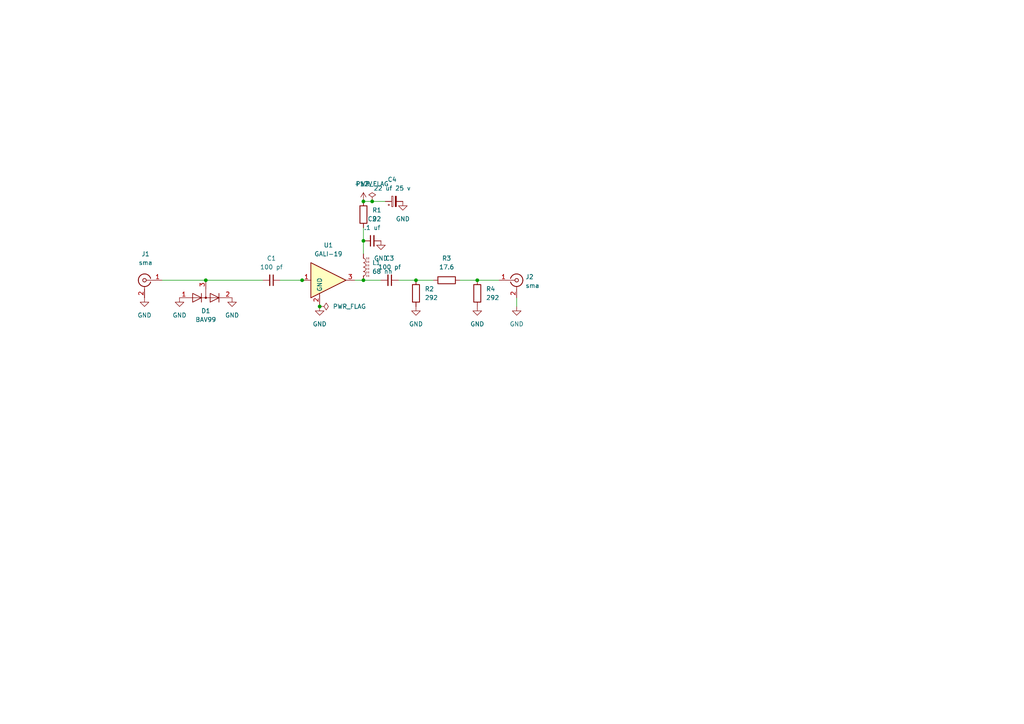
<source format=kicad_sch>
(kicad_sch (version 20211123) (generator eeschema)

  (uuid e63e39d7-6ac0-4ffd-8aa3-1841a4541b55)

  (paper "A4")

  (title_block
    (title "lna2")
    (date "2022-05-03")
    (rev "0")
  )

  (lib_symbols
    (symbol "Connector:Conn_Coaxial" (pin_names (offset 1.016) hide) (in_bom yes) (on_board yes)
      (property "Reference" "J" (id 0) (at 0.254 3.048 0)
        (effects (font (size 1.27 1.27)))
      )
      (property "Value" "Conn_Coaxial" (id 1) (at 2.921 0 90)
        (effects (font (size 1.27 1.27)))
      )
      (property "Footprint" "" (id 2) (at 0 0 0)
        (effects (font (size 1.27 1.27)) hide)
      )
      (property "Datasheet" " ~" (id 3) (at 0 0 0)
        (effects (font (size 1.27 1.27)) hide)
      )
      (property "ki_keywords" "BNC SMA SMB SMC LEMO coaxial connector CINCH RCA" (id 4) (at 0 0 0)
        (effects (font (size 1.27 1.27)) hide)
      )
      (property "ki_description" "coaxial connector (BNC, SMA, SMB, SMC, Cinch/RCA, LEMO, ...)" (id 5) (at 0 0 0)
        (effects (font (size 1.27 1.27)) hide)
      )
      (property "ki_fp_filters" "*BNC* *SMA* *SMB* *SMC* *Cinch* *LEMO*" (id 6) (at 0 0 0)
        (effects (font (size 1.27 1.27)) hide)
      )
      (symbol "Conn_Coaxial_0_1"
        (arc (start -1.778 -0.508) (mid 0.2311 -1.8066) (end 1.778 0)
          (stroke (width 0.254) (type default) (color 0 0 0 0))
          (fill (type none))
        )
        (polyline
          (pts
            (xy -2.54 0)
            (xy -0.508 0)
          )
          (stroke (width 0) (type default) (color 0 0 0 0))
          (fill (type none))
        )
        (polyline
          (pts
            (xy 0 -2.54)
            (xy 0 -1.778)
          )
          (stroke (width 0) (type default) (color 0 0 0 0))
          (fill (type none))
        )
        (circle (center 0 0) (radius 0.508)
          (stroke (width 0.2032) (type default) (color 0 0 0 0))
          (fill (type none))
        )
        (arc (start 1.778 0) (mid 0.2099 1.8101) (end -1.778 0.508)
          (stroke (width 0.254) (type default) (color 0 0 0 0))
          (fill (type none))
        )
      )
      (symbol "Conn_Coaxial_1_1"
        (pin passive line (at -5.08 0 0) (length 2.54)
          (name "In" (effects (font (size 1.27 1.27))))
          (number "1" (effects (font (size 1.27 1.27))))
        )
        (pin passive line (at 0 -5.08 90) (length 2.54)
          (name "Ext" (effects (font (size 1.27 1.27))))
          (number "2" (effects (font (size 1.27 1.27))))
        )
      )
    )
    (symbol "Device:C_Polarized_Small" (pin_numbers hide) (pin_names (offset 0.254) hide) (in_bom yes) (on_board yes)
      (property "Reference" "C" (id 0) (at 0.254 1.778 0)
        (effects (font (size 1.27 1.27)) (justify left))
      )
      (property "Value" "C_Polarized_Small" (id 1) (at 0.254 -2.032 0)
        (effects (font (size 1.27 1.27)) (justify left))
      )
      (property "Footprint" "" (id 2) (at 0 0 0)
        (effects (font (size 1.27 1.27)) hide)
      )
      (property "Datasheet" "~" (id 3) (at 0 0 0)
        (effects (font (size 1.27 1.27)) hide)
      )
      (property "ki_keywords" "cap capacitor" (id 4) (at 0 0 0)
        (effects (font (size 1.27 1.27)) hide)
      )
      (property "ki_description" "Polarized capacitor, small symbol" (id 5) (at 0 0 0)
        (effects (font (size 1.27 1.27)) hide)
      )
      (property "ki_fp_filters" "CP_*" (id 6) (at 0 0 0)
        (effects (font (size 1.27 1.27)) hide)
      )
      (symbol "C_Polarized_Small_0_1"
        (rectangle (start -1.524 -0.3048) (end 1.524 -0.6858)
          (stroke (width 0) (type default) (color 0 0 0 0))
          (fill (type outline))
        )
        (rectangle (start -1.524 0.6858) (end 1.524 0.3048)
          (stroke (width 0) (type default) (color 0 0 0 0))
          (fill (type none))
        )
        (polyline
          (pts
            (xy -1.27 1.524)
            (xy -0.762 1.524)
          )
          (stroke (width 0) (type default) (color 0 0 0 0))
          (fill (type none))
        )
        (polyline
          (pts
            (xy -1.016 1.27)
            (xy -1.016 1.778)
          )
          (stroke (width 0) (type default) (color 0 0 0 0))
          (fill (type none))
        )
      )
      (symbol "C_Polarized_Small_1_1"
        (pin passive line (at 0 2.54 270) (length 1.8542)
          (name "~" (effects (font (size 1.27 1.27))))
          (number "1" (effects (font (size 1.27 1.27))))
        )
        (pin passive line (at 0 -2.54 90) (length 1.8542)
          (name "~" (effects (font (size 1.27 1.27))))
          (number "2" (effects (font (size 1.27 1.27))))
        )
      )
    )
    (symbol "Device:C_Small" (pin_numbers hide) (pin_names (offset 0.254) hide) (in_bom yes) (on_board yes)
      (property "Reference" "C" (id 0) (at 0.254 1.778 0)
        (effects (font (size 1.27 1.27)) (justify left))
      )
      (property "Value" "C_Small" (id 1) (at 0.254 -2.032 0)
        (effects (font (size 1.27 1.27)) (justify left))
      )
      (property "Footprint" "" (id 2) (at 0 0 0)
        (effects (font (size 1.27 1.27)) hide)
      )
      (property "Datasheet" "~" (id 3) (at 0 0 0)
        (effects (font (size 1.27 1.27)) hide)
      )
      (property "ki_keywords" "capacitor cap" (id 4) (at 0 0 0)
        (effects (font (size 1.27 1.27)) hide)
      )
      (property "ki_description" "Unpolarized capacitor, small symbol" (id 5) (at 0 0 0)
        (effects (font (size 1.27 1.27)) hide)
      )
      (property "ki_fp_filters" "C_*" (id 6) (at 0 0 0)
        (effects (font (size 1.27 1.27)) hide)
      )
      (symbol "C_Small_0_1"
        (polyline
          (pts
            (xy -1.524 -0.508)
            (xy 1.524 -0.508)
          )
          (stroke (width 0.3302) (type default) (color 0 0 0 0))
          (fill (type none))
        )
        (polyline
          (pts
            (xy -1.524 0.508)
            (xy 1.524 0.508)
          )
          (stroke (width 0.3048) (type default) (color 0 0 0 0))
          (fill (type none))
        )
      )
      (symbol "C_Small_1_1"
        (pin passive line (at 0 2.54 270) (length 2.032)
          (name "~" (effects (font (size 1.27 1.27))))
          (number "1" (effects (font (size 1.27 1.27))))
        )
        (pin passive line (at 0 -2.54 90) (length 2.032)
          (name "~" (effects (font (size 1.27 1.27))))
          (number "2" (effects (font (size 1.27 1.27))))
        )
      )
    )
    (symbol "Device:L_Ferrite" (pin_numbers hide) (pin_names (offset 1.016) hide) (in_bom yes) (on_board yes)
      (property "Reference" "L" (id 0) (at -1.27 0 90)
        (effects (font (size 1.27 1.27)))
      )
      (property "Value" "L_Ferrite" (id 1) (at 2.794 0 90)
        (effects (font (size 1.27 1.27)))
      )
      (property "Footprint" "" (id 2) (at 0 0 0)
        (effects (font (size 1.27 1.27)) hide)
      )
      (property "Datasheet" "~" (id 3) (at 0 0 0)
        (effects (font (size 1.27 1.27)) hide)
      )
      (property "ki_keywords" "inductor choke coil reactor magnetic" (id 4) (at 0 0 0)
        (effects (font (size 1.27 1.27)) hide)
      )
      (property "ki_description" "Inductor with ferrite core" (id 5) (at 0 0 0)
        (effects (font (size 1.27 1.27)) hide)
      )
      (property "ki_fp_filters" "Choke_* *Coil* Inductor_* L_*" (id 6) (at 0 0 0)
        (effects (font (size 1.27 1.27)) hide)
      )
      (symbol "L_Ferrite_0_1"
        (arc (start 0 -2.54) (mid 0.635 -1.905) (end 0 -1.27)
          (stroke (width 0) (type default) (color 0 0 0 0))
          (fill (type none))
        )
        (arc (start 0 -1.27) (mid 0.635 -0.635) (end 0 0)
          (stroke (width 0) (type default) (color 0 0 0 0))
          (fill (type none))
        )
        (polyline
          (pts
            (xy 1.016 -2.794)
            (xy 1.016 -2.286)
          )
          (stroke (width 0) (type default) (color 0 0 0 0))
          (fill (type none))
        )
        (polyline
          (pts
            (xy 1.016 -1.778)
            (xy 1.016 -1.27)
          )
          (stroke (width 0) (type default) (color 0 0 0 0))
          (fill (type none))
        )
        (polyline
          (pts
            (xy 1.016 -0.762)
            (xy 1.016 -0.254)
          )
          (stroke (width 0) (type default) (color 0 0 0 0))
          (fill (type none))
        )
        (polyline
          (pts
            (xy 1.016 0.254)
            (xy 1.016 0.762)
          )
          (stroke (width 0) (type default) (color 0 0 0 0))
          (fill (type none))
        )
        (polyline
          (pts
            (xy 1.016 1.27)
            (xy 1.016 1.778)
          )
          (stroke (width 0) (type default) (color 0 0 0 0))
          (fill (type none))
        )
        (polyline
          (pts
            (xy 1.016 2.286)
            (xy 1.016 2.794)
          )
          (stroke (width 0) (type default) (color 0 0 0 0))
          (fill (type none))
        )
        (polyline
          (pts
            (xy 1.524 -2.286)
            (xy 1.524 -2.794)
          )
          (stroke (width 0) (type default) (color 0 0 0 0))
          (fill (type none))
        )
        (polyline
          (pts
            (xy 1.524 -1.27)
            (xy 1.524 -1.778)
          )
          (stroke (width 0) (type default) (color 0 0 0 0))
          (fill (type none))
        )
        (polyline
          (pts
            (xy 1.524 -0.254)
            (xy 1.524 -0.762)
          )
          (stroke (width 0) (type default) (color 0 0 0 0))
          (fill (type none))
        )
        (polyline
          (pts
            (xy 1.524 0.762)
            (xy 1.524 0.254)
          )
          (stroke (width 0) (type default) (color 0 0 0 0))
          (fill (type none))
        )
        (polyline
          (pts
            (xy 1.524 1.778)
            (xy 1.524 1.27)
          )
          (stroke (width 0) (type default) (color 0 0 0 0))
          (fill (type none))
        )
        (polyline
          (pts
            (xy 1.524 2.794)
            (xy 1.524 2.286)
          )
          (stroke (width 0) (type default) (color 0 0 0 0))
          (fill (type none))
        )
        (arc (start 0 0) (mid 0.635 0.635) (end 0 1.27)
          (stroke (width 0) (type default) (color 0 0 0 0))
          (fill (type none))
        )
        (arc (start 0 1.27) (mid 0.635 1.905) (end 0 2.54)
          (stroke (width 0) (type default) (color 0 0 0 0))
          (fill (type none))
        )
      )
      (symbol "L_Ferrite_1_1"
        (pin passive line (at 0 3.81 270) (length 1.27)
          (name "1" (effects (font (size 1.27 1.27))))
          (number "1" (effects (font (size 1.27 1.27))))
        )
        (pin passive line (at 0 -3.81 90) (length 1.27)
          (name "2" (effects (font (size 1.27 1.27))))
          (number "2" (effects (font (size 1.27 1.27))))
        )
      )
    )
    (symbol "Device:R" (pin_numbers hide) (pin_names (offset 0)) (in_bom yes) (on_board yes)
      (property "Reference" "R" (id 0) (at 2.032 0 90)
        (effects (font (size 1.27 1.27)))
      )
      (property "Value" "R" (id 1) (at 0 0 90)
        (effects (font (size 1.27 1.27)))
      )
      (property "Footprint" "" (id 2) (at -1.778 0 90)
        (effects (font (size 1.27 1.27)) hide)
      )
      (property "Datasheet" "~" (id 3) (at 0 0 0)
        (effects (font (size 1.27 1.27)) hide)
      )
      (property "ki_keywords" "R res resistor" (id 4) (at 0 0 0)
        (effects (font (size 1.27 1.27)) hide)
      )
      (property "ki_description" "Resistor" (id 5) (at 0 0 0)
        (effects (font (size 1.27 1.27)) hide)
      )
      (property "ki_fp_filters" "R_*" (id 6) (at 0 0 0)
        (effects (font (size 1.27 1.27)) hide)
      )
      (symbol "R_0_1"
        (rectangle (start -1.016 -2.54) (end 1.016 2.54)
          (stroke (width 0.254) (type default) (color 0 0 0 0))
          (fill (type none))
        )
      )
      (symbol "R_1_1"
        (pin passive line (at 0 3.81 270) (length 1.27)
          (name "~" (effects (font (size 1.27 1.27))))
          (number "1" (effects (font (size 1.27 1.27))))
        )
        (pin passive line (at 0 -3.81 90) (length 1.27)
          (name "~" (effects (font (size 1.27 1.27))))
          (number "2" (effects (font (size 1.27 1.27))))
        )
      )
    )
    (symbol "Diode:BAV99" (pin_names hide) (in_bom yes) (on_board yes)
      (property "Reference" "D" (id 0) (at 0 5.08 0)
        (effects (font (size 1.27 1.27)))
      )
      (property "Value" "BAV99" (id 1) (at 0 2.54 0)
        (effects (font (size 1.27 1.27)))
      )
      (property "Footprint" "Package_TO_SOT_SMD:SOT-23" (id 2) (at 0 -12.7 0)
        (effects (font (size 1.27 1.27)) hide)
      )
      (property "Datasheet" "https://assets.nexperia.com/documents/data-sheet/BAV99_SER.pdf" (id 3) (at 0 0 0)
        (effects (font (size 1.27 1.27)) hide)
      )
      (property "ki_keywords" "diode" (id 4) (at 0 0 0)
        (effects (font (size 1.27 1.27)) hide)
      )
      (property "ki_description" "BAV99 High-speed switching diodes, SOT-23" (id 5) (at 0 0 0)
        (effects (font (size 1.27 1.27)) hide)
      )
      (property "ki_fp_filters" "SOT?23*" (id 6) (at 0 0 0)
        (effects (font (size 1.27 1.27)) hide)
      )
      (symbol "BAV99_0_1"
        (polyline
          (pts
            (xy -5.08 0)
            (xy 5.08 0)
          )
          (stroke (width 0) (type default) (color 0 0 0 0))
          (fill (type none))
        )
      )
      (symbol "BAV99_1_1"
        (polyline
          (pts
            (xy 0 0)
            (xy 0 -2.54)
          )
          (stroke (width 0) (type default) (color 0 0 0 0))
          (fill (type none))
        )
        (polyline
          (pts
            (xy -1.27 -1.27)
            (xy -1.27 1.27)
            (xy -1.27 1.27)
          )
          (stroke (width 0.2032) (type default) (color 0 0 0 0))
          (fill (type none))
        )
        (polyline
          (pts
            (xy 3.81 1.27)
            (xy 3.81 -1.27)
            (xy 3.81 -1.27)
          )
          (stroke (width 0.2032) (type default) (color 0 0 0 0))
          (fill (type none))
        )
        (polyline
          (pts
            (xy -3.81 1.27)
            (xy -1.27 0)
            (xy -3.81 -1.27)
            (xy -3.81 1.27)
            (xy -3.81 1.27)
            (xy -3.81 1.27)
          )
          (stroke (width 0.2032) (type default) (color 0 0 0 0))
          (fill (type none))
        )
        (polyline
          (pts
            (xy 1.27 1.27)
            (xy 3.81 0)
            (xy 1.27 -1.27)
            (xy 1.27 1.27)
            (xy 1.27 1.27)
            (xy 1.27 1.27)
          )
          (stroke (width 0.2032) (type default) (color 0 0 0 0))
          (fill (type none))
        )
        (circle (center 0 0) (radius 0.254)
          (stroke (width 0) (type default) (color 0 0 0 0))
          (fill (type outline))
        )
        (pin passive line (at -7.62 0 0) (length 2.54)
          (name "K" (effects (font (size 1.27 1.27))))
          (number "1" (effects (font (size 1.27 1.27))))
        )
        (pin passive line (at 7.62 0 180) (length 2.54)
          (name "A" (effects (font (size 1.27 1.27))))
          (number "2" (effects (font (size 1.27 1.27))))
        )
        (pin passive line (at 0 -5.08 90) (length 2.54)
          (name "K" (effects (font (size 1.27 1.27))))
          (number "3" (effects (font (size 1.27 1.27))))
        )
      )
    )
    (symbol "RF_Amplifier:GALI-19" (in_bom yes) (on_board yes)
      (property "Reference" "U" (id 0) (at -1.27 7.62 0)
        (effects (font (size 1.27 1.27)))
      )
      (property "Value" "GALI-19" (id 1) (at 2.54 5.08 0)
        (effects (font (size 1.27 1.27)))
      )
      (property "Footprint" "Package_TO_SOT_SMD:SOT-89-3" (id 2) (at 1.27 10.16 0)
        (effects (font (size 1.27 1.27)) hide)
      )
      (property "Datasheet" "https://www.minicircuits.com/pdfs/GALI-19+.pdf" (id 3) (at 0 0 0)
        (effects (font (size 1.27 1.27)) hide)
      )
      (property "ki_keywords" "RF amplifier" (id 4) (at 0 0 0)
        (effects (font (size 1.27 1.27)) hide)
      )
      (property "ki_description" "DC-7000MHz +11.6dB Gain Block, SOT-89" (id 5) (at 0 0 0)
        (effects (font (size 1.27 1.27)) hide)
      )
      (property "ki_fp_filters" "SOT?89*" (id 6) (at 0 0 0)
        (effects (font (size 1.27 1.27)) hide)
      )
      (symbol "GALI-19_0_1"
        (polyline
          (pts
            (xy 5.08 0)
            (xy -5.08 5.08)
            (xy -5.08 -5.08)
            (xy 5.08 0)
          )
          (stroke (width 0.254) (type default) (color 0 0 0 0))
          (fill (type background))
        )
      )
      (symbol "GALI-19_1_1"
        (pin input line (at -7.62 0 0) (length 2.54)
          (name "~" (effects (font (size 1.27 1.27))))
          (number "1" (effects (font (size 1.27 1.27))))
        )
        (pin power_in line (at -2.54 -7.62 90) (length 3.81)
          (name "GND" (effects (font (size 1.27 1.27))))
          (number "2" (effects (font (size 1.27 1.27))))
        )
        (pin output line (at 7.62 0 180) (length 2.54)
          (name "~" (effects (font (size 1.27 1.27))))
          (number "3" (effects (font (size 1.27 1.27))))
        )
      )
    )
    (symbol "power:+12V" (power) (pin_names (offset 0)) (in_bom yes) (on_board yes)
      (property "Reference" "#PWR" (id 0) (at 0 -3.81 0)
        (effects (font (size 1.27 1.27)) hide)
      )
      (property "Value" "+12V" (id 1) (at 0 3.556 0)
        (effects (font (size 1.27 1.27)))
      )
      (property "Footprint" "" (id 2) (at 0 0 0)
        (effects (font (size 1.27 1.27)) hide)
      )
      (property "Datasheet" "" (id 3) (at 0 0 0)
        (effects (font (size 1.27 1.27)) hide)
      )
      (property "ki_keywords" "power-flag" (id 4) (at 0 0 0)
        (effects (font (size 1.27 1.27)) hide)
      )
      (property "ki_description" "Power symbol creates a global label with name \"+12V\"" (id 5) (at 0 0 0)
        (effects (font (size 1.27 1.27)) hide)
      )
      (symbol "+12V_0_1"
        (polyline
          (pts
            (xy -0.762 1.27)
            (xy 0 2.54)
          )
          (stroke (width 0) (type default) (color 0 0 0 0))
          (fill (type none))
        )
        (polyline
          (pts
            (xy 0 0)
            (xy 0 2.54)
          )
          (stroke (width 0) (type default) (color 0 0 0 0))
          (fill (type none))
        )
        (polyline
          (pts
            (xy 0 2.54)
            (xy 0.762 1.27)
          )
          (stroke (width 0) (type default) (color 0 0 0 0))
          (fill (type none))
        )
      )
      (symbol "+12V_1_1"
        (pin power_in line (at 0 0 90) (length 0) hide
          (name "+12V" (effects (font (size 1.27 1.27))))
          (number "1" (effects (font (size 1.27 1.27))))
        )
      )
    )
    (symbol "power:GND" (power) (pin_names (offset 0)) (in_bom yes) (on_board yes)
      (property "Reference" "#PWR" (id 0) (at 0 -6.35 0)
        (effects (font (size 1.27 1.27)) hide)
      )
      (property "Value" "GND" (id 1) (at 0 -3.81 0)
        (effects (font (size 1.27 1.27)))
      )
      (property "Footprint" "" (id 2) (at 0 0 0)
        (effects (font (size 1.27 1.27)) hide)
      )
      (property "Datasheet" "" (id 3) (at 0 0 0)
        (effects (font (size 1.27 1.27)) hide)
      )
      (property "ki_keywords" "power-flag" (id 4) (at 0 0 0)
        (effects (font (size 1.27 1.27)) hide)
      )
      (property "ki_description" "Power symbol creates a global label with name \"GND\" , ground" (id 5) (at 0 0 0)
        (effects (font (size 1.27 1.27)) hide)
      )
      (symbol "GND_0_1"
        (polyline
          (pts
            (xy 0 0)
            (xy 0 -1.27)
            (xy 1.27 -1.27)
            (xy 0 -2.54)
            (xy -1.27 -1.27)
            (xy 0 -1.27)
          )
          (stroke (width 0) (type default) (color 0 0 0 0))
          (fill (type none))
        )
      )
      (symbol "GND_1_1"
        (pin power_in line (at 0 0 270) (length 0) hide
          (name "GND" (effects (font (size 1.27 1.27))))
          (number "1" (effects (font (size 1.27 1.27))))
        )
      )
    )
    (symbol "power:PWR_FLAG" (power) (pin_numbers hide) (pin_names (offset 0) hide) (in_bom yes) (on_board yes)
      (property "Reference" "#FLG" (id 0) (at 0 1.905 0)
        (effects (font (size 1.27 1.27)) hide)
      )
      (property "Value" "PWR_FLAG" (id 1) (at 0 3.81 0)
        (effects (font (size 1.27 1.27)))
      )
      (property "Footprint" "" (id 2) (at 0 0 0)
        (effects (font (size 1.27 1.27)) hide)
      )
      (property "Datasheet" "~" (id 3) (at 0 0 0)
        (effects (font (size 1.27 1.27)) hide)
      )
      (property "ki_keywords" "power-flag" (id 4) (at 0 0 0)
        (effects (font (size 1.27 1.27)) hide)
      )
      (property "ki_description" "Special symbol for telling ERC where power comes from" (id 5) (at 0 0 0)
        (effects (font (size 1.27 1.27)) hide)
      )
      (symbol "PWR_FLAG_0_0"
        (pin power_out line (at 0 0 90) (length 0)
          (name "pwr" (effects (font (size 1.27 1.27))))
          (number "1" (effects (font (size 1.27 1.27))))
        )
      )
      (symbol "PWR_FLAG_0_1"
        (polyline
          (pts
            (xy 0 0)
            (xy 0 1.27)
            (xy -1.016 1.905)
            (xy 0 2.54)
            (xy 1.016 1.905)
            (xy 0 1.27)
          )
          (stroke (width 0) (type default) (color 0 0 0 0))
          (fill (type none))
        )
      )
    )
  )

  (junction (at 92.71 88.9) (diameter 0) (color 0 0 0 0)
    (uuid 4d0ce0f2-799f-4841-abbd-0ad22bb5d1e4)
  )
  (junction (at 138.43 81.28) (diameter 0) (color 0 0 0 0)
    (uuid 67773c16-872b-4513-bf3c-ee1f715d8ffc)
  )
  (junction (at 105.41 58.42) (diameter 0) (color 0 0 0 0)
    (uuid 696120ef-95b9-4ce3-97aa-66a95815fef7)
  )
  (junction (at 105.41 81.28) (diameter 0) (color 0 0 0 0)
    (uuid 7b78804f-f003-4b10-8b54-c445af8b2996)
  )
  (junction (at 120.65 81.28) (diameter 0) (color 0 0 0 0)
    (uuid bb4bed76-d2d4-43d8-90c5-3541ddc8e9ee)
  )
  (junction (at 105.41 69.85) (diameter 0) (color 0 0 0 0)
    (uuid c8f879eb-1ca7-45f7-8315-b7c0e5d362ad)
  )
  (junction (at 107.95 58.42) (diameter 0) (color 0 0 0 0)
    (uuid cfdec641-95b2-4191-8e26-35bde4a98436)
  )
  (junction (at 87.63 81.28) (diameter 0) (color 0 0 0 0)
    (uuid d65433b5-d7d2-44e6-8cdc-54877278111c)
  )
  (junction (at 59.69 81.28) (diameter 0) (color 0 0 0 0)
    (uuid fafa3b60-4fc7-48ff-8d00-a51800832d32)
  )

  (wire (pts (xy 107.95 58.42) (xy 111.76 58.42))
    (stroke (width 0) (type default) (color 0 0 0 0))
    (uuid 196d08fd-7573-42c4-a089-37af99bd30a9)
  )
  (wire (pts (xy 59.69 81.28) (xy 76.2 81.28))
    (stroke (width 0) (type default) (color 0 0 0 0))
    (uuid 2f1b1b2f-7e91-4a02-9546-648c69961fc6)
  )
  (wire (pts (xy 87.63 81.28) (xy 88.9 81.28))
    (stroke (width 0) (type default) (color 0 0 0 0))
    (uuid 38f98a81-3a08-4982-ac1c-1d5a47ca3929)
  )
  (wire (pts (xy 149.86 86.36) (xy 149.86 88.9))
    (stroke (width 0) (type default) (color 0 0 0 0))
    (uuid 3e6e6026-42a3-4691-a6bf-a487709dd358)
  )
  (wire (pts (xy 105.41 69.85) (xy 105.41 73.66))
    (stroke (width 0) (type default) (color 0 0 0 0))
    (uuid 49cd3553-838f-4e1e-a0f0-e878ed9bc93f)
  )
  (wire (pts (xy 46.99 81.28) (xy 59.69 81.28))
    (stroke (width 0) (type default) (color 0 0 0 0))
    (uuid 4f96f52a-dec9-40fd-a6b1-53a8cb1c71cf)
  )
  (wire (pts (xy 81.28 81.28) (xy 87.63 81.28))
    (stroke (width 0) (type default) (color 0 0 0 0))
    (uuid 610c5ac5-6eaf-4219-a353-d85c57d7f12f)
  )
  (wire (pts (xy 105.41 66.04) (xy 105.41 69.85))
    (stroke (width 0) (type default) (color 0 0 0 0))
    (uuid 6fdde1c5-4bd6-4cc9-828b-b0b54c923e05)
  )
  (wire (pts (xy 115.57 81.28) (xy 120.65 81.28))
    (stroke (width 0) (type default) (color 0 0 0 0))
    (uuid 98986acf-1861-4dc1-a475-769129d265aa)
  )
  (wire (pts (xy 138.43 81.28) (xy 144.78 81.28))
    (stroke (width 0) (type default) (color 0 0 0 0))
    (uuid b05bc363-37c8-4c21-a18f-96ed5c679101)
  )
  (wire (pts (xy 105.41 81.28) (xy 110.49 81.28))
    (stroke (width 0) (type default) (color 0 0 0 0))
    (uuid c308e1e8-4ee4-4246-8cdf-7ab9504c3c03)
  )
  (wire (pts (xy 133.35 81.28) (xy 138.43 81.28))
    (stroke (width 0) (type default) (color 0 0 0 0))
    (uuid d91f9330-5ae4-4286-b6fa-1c200d98f267)
  )
  (wire (pts (xy 105.41 58.42) (xy 107.95 58.42))
    (stroke (width 0) (type default) (color 0 0 0 0))
    (uuid e2c6e86b-7e9c-4f15-812a-3db42d5a29a7)
  )
  (wire (pts (xy 102.87 81.28) (xy 105.41 81.28))
    (stroke (width 0) (type default) (color 0 0 0 0))
    (uuid eb5a49ee-a3fe-43ee-a2a7-5c759a94659f)
  )
  (wire (pts (xy 120.65 81.28) (xy 125.73 81.28))
    (stroke (width 0) (type default) (color 0 0 0 0))
    (uuid ff2d0aae-3c21-49d9-b1a4-77bbc137fe2d)
  )

  (symbol (lib_id "RF_Amplifier:GALI-19") (at 95.25 81.28 0) (unit 1)
    (in_bom yes) (on_board yes) (fields_autoplaced)
    (uuid 02069979-f9bd-41f6-9169-57f3c0f5fb04)
    (property "Reference" "U1" (id 0) (at 95.25 71.12 0))
    (property "Value" "" (id 1) (at 95.25 73.66 0))
    (property "Footprint" "" (id 2) (at 96.52 71.12 0)
      (effects (font (size 1.27 1.27)) hide)
    )
    (property "Datasheet" "https://www.minicircuits.com/pdfs/GALI-19+.pdf" (id 3) (at 95.25 81.28 0)
      (effects (font (size 1.27 1.27)) hide)
    )
    (pin "1" (uuid 3698f65f-8ff4-4a7f-80c7-51a77cb25e3f))
    (pin "2" (uuid f29d2293-062b-4eb3-91db-e67b29d965e6))
    (pin "3" (uuid e64be00d-07ff-43e2-ad9c-02dce133c383))
  )

  (symbol (lib_id "Connector:Conn_Coaxial") (at 41.91 81.28 0) (mirror y) (unit 1)
    (in_bom yes) (on_board yes) (fields_autoplaced)
    (uuid 022502e0-e724-4b75-bc35-3c5984dbeb76)
    (property "Reference" "J1" (id 0) (at 42.2274 73.66 0))
    (property "Value" "" (id 1) (at 42.2274 76.2 0))
    (property "Footprint" "" (id 2) (at 41.91 81.28 0)
      (effects (font (size 1.27 1.27)) hide)
    )
    (property "Datasheet" " ~" (id 3) (at 41.91 81.28 0)
      (effects (font (size 1.27 1.27)) hide)
    )
    (pin "1" (uuid 152cd84e-bbed-4df5-a866-d1ab977b0966))
    (pin "2" (uuid 560d05a7-84e4-403a-80d1-f287a4032b8a))
  )

  (symbol (lib_id "power:PWR_FLAG") (at 92.71 88.9 270) (unit 1)
    (in_bom yes) (on_board yes) (fields_autoplaced)
    (uuid 1cfdda27-c994-4f5d-bfbb-d9e0604413e6)
    (property "Reference" "#FLG0102" (id 0) (at 94.615 88.9 0)
      (effects (font (size 1.27 1.27)) hide)
    )
    (property "Value" "" (id 1) (at 96.52 88.8999 90)
      (effects (font (size 1.27 1.27)) (justify left))
    )
    (property "Footprint" "" (id 2) (at 92.71 88.9 0)
      (effects (font (size 1.27 1.27)) hide)
    )
    (property "Datasheet" "~" (id 3) (at 92.71 88.9 0)
      (effects (font (size 1.27 1.27)) hide)
    )
    (pin "1" (uuid 17fdc1fa-a0fa-4ba7-ad62-8bf222d6edc8))
  )

  (symbol (lib_id "Device:R") (at 120.65 85.09 0) (unit 1)
    (in_bom yes) (on_board yes) (fields_autoplaced)
    (uuid 1eb36deb-b46e-4c78-93be-d35ec8aef8d3)
    (property "Reference" "R2" (id 0) (at 123.19 83.8199 0)
      (effects (font (size 1.27 1.27)) (justify left))
    )
    (property "Value" "" (id 1) (at 123.19 86.3599 0)
      (effects (font (size 1.27 1.27)) (justify left))
    )
    (property "Footprint" "" (id 2) (at 118.872 85.09 90)
      (effects (font (size 1.27 1.27)) hide)
    )
    (property "Datasheet" "~" (id 3) (at 120.65 85.09 0)
      (effects (font (size 1.27 1.27)) hide)
    )
    (pin "1" (uuid 278a113f-ff8b-4203-83c7-8e92631799d7))
    (pin "2" (uuid e6641f30-3cc7-49ac-bed5-4cb984494837))
  )

  (symbol (lib_id "Device:R") (at 129.54 81.28 90) (unit 1)
    (in_bom yes) (on_board yes) (fields_autoplaced)
    (uuid 1fbdae2c-0ca9-4c31-b728-2820f5125a86)
    (property "Reference" "R3" (id 0) (at 129.54 74.93 90))
    (property "Value" "" (id 1) (at 129.54 77.47 90))
    (property "Footprint" "" (id 2) (at 129.54 83.058 90)
      (effects (font (size 1.27 1.27)) hide)
    )
    (property "Datasheet" "~" (id 3) (at 129.54 81.28 0)
      (effects (font (size 1.27 1.27)) hide)
    )
    (pin "1" (uuid 1420823f-4da8-4420-8601-fcc7163890c5))
    (pin "2" (uuid c768580a-02fc-47e4-9861-643ac55fa2a2))
  )

  (symbol (lib_id "power:GND") (at 41.91 86.36 0) (unit 1)
    (in_bom yes) (on_board yes) (fields_autoplaced)
    (uuid 28c1d711-d42c-4ddf-b04a-4befe5087ae7)
    (property "Reference" "#PWR0110" (id 0) (at 41.91 92.71 0)
      (effects (font (size 1.27 1.27)) hide)
    )
    (property "Value" "" (id 1) (at 41.91 91.44 0))
    (property "Footprint" "" (id 2) (at 41.91 86.36 0)
      (effects (font (size 1.27 1.27)) hide)
    )
    (property "Datasheet" "" (id 3) (at 41.91 86.36 0)
      (effects (font (size 1.27 1.27)) hide)
    )
    (pin "1" (uuid 3f5d9cab-f84e-46f6-912f-025ccfe7f53d))
  )

  (symbol (lib_id "power:GND") (at 149.86 88.9 0) (unit 1)
    (in_bom yes) (on_board yes) (fields_autoplaced)
    (uuid 317a1b80-3aeb-45a4-b43c-ce031e345774)
    (property "Reference" "#PWR0104" (id 0) (at 149.86 95.25 0)
      (effects (font (size 1.27 1.27)) hide)
    )
    (property "Value" "" (id 1) (at 149.86 93.98 0))
    (property "Footprint" "" (id 2) (at 149.86 88.9 0)
      (effects (font (size 1.27 1.27)) hide)
    )
    (property "Datasheet" "" (id 3) (at 149.86 88.9 0)
      (effects (font (size 1.27 1.27)) hide)
    )
    (pin "1" (uuid 5a3d360a-68c1-4a52-a051-a8603942f1fb))
  )

  (symbol (lib_id "power:GND") (at 138.43 88.9 0) (unit 1)
    (in_bom yes) (on_board yes) (fields_autoplaced)
    (uuid 338e26a9-3e77-4411-8843-2512ecf14305)
    (property "Reference" "#PWR0102" (id 0) (at 138.43 95.25 0)
      (effects (font (size 1.27 1.27)) hide)
    )
    (property "Value" "" (id 1) (at 138.43 93.98 0))
    (property "Footprint" "" (id 2) (at 138.43 88.9 0)
      (effects (font (size 1.27 1.27)) hide)
    )
    (property "Datasheet" "" (id 3) (at 138.43 88.9 0)
      (effects (font (size 1.27 1.27)) hide)
    )
    (pin "1" (uuid fe9542cb-43ae-4fb7-9abe-066827ac05e7))
  )

  (symbol (lib_id "Connector:Conn_Coaxial") (at 149.86 81.28 0) (unit 1)
    (in_bom yes) (on_board yes) (fields_autoplaced)
    (uuid 4c6335cd-12b0-4110-b591-a416d64018c7)
    (property "Reference" "J2" (id 0) (at 152.4 80.3031 0)
      (effects (font (size 1.27 1.27)) (justify left))
    )
    (property "Value" "" (id 1) (at 152.4 82.8431 0)
      (effects (font (size 1.27 1.27)) (justify left))
    )
    (property "Footprint" "" (id 2) (at 149.86 81.28 0)
      (effects (font (size 1.27 1.27)) hide)
    )
    (property "Datasheet" " ~" (id 3) (at 149.86 81.28 0)
      (effects (font (size 1.27 1.27)) hide)
    )
    (pin "1" (uuid d7278cec-9bf5-40d0-a7e9-73a064c77d8d))
    (pin "2" (uuid d04609a5-dda0-4859-95b5-7b9c98ee48d6))
  )

  (symbol (lib_id "power:GND") (at 52.07 86.36 0) (unit 1)
    (in_bom yes) (on_board yes) (fields_autoplaced)
    (uuid 668464bd-f505-4b31-883f-87995ec360ed)
    (property "Reference" "#PWR0109" (id 0) (at 52.07 92.71 0)
      (effects (font (size 1.27 1.27)) hide)
    )
    (property "Value" "" (id 1) (at 52.07 91.44 0))
    (property "Footprint" "" (id 2) (at 52.07 86.36 0)
      (effects (font (size 1.27 1.27)) hide)
    )
    (property "Datasheet" "" (id 3) (at 52.07 86.36 0)
      (effects (font (size 1.27 1.27)) hide)
    )
    (pin "1" (uuid c78cbfd9-e5bb-4661-898e-c8574c2973e9))
  )

  (symbol (lib_id "Device:C_Small") (at 78.74 81.28 270) (unit 1)
    (in_bom yes) (on_board yes) (fields_autoplaced)
    (uuid 671fc594-ee9c-4d67-aec7-7509ac2be27c)
    (property "Reference" "C1" (id 0) (at 78.7336 74.93 90))
    (property "Value" "" (id 1) (at 78.7336 77.47 90))
    (property "Footprint" "" (id 2) (at 78.74 81.28 0)
      (effects (font (size 1.27 1.27)) hide)
    )
    (property "Datasheet" "~" (id 3) (at 78.74 81.28 0)
      (effects (font (size 1.27 1.27)) hide)
    )
    (pin "1" (uuid 68ceb164-4e87-497b-8a22-f04064871a9d))
    (pin "2" (uuid 67ef2d86-b52b-4f08-8eba-fc635fd728a5))
  )

  (symbol (lib_id "power:GND") (at 110.49 69.85 0) (unit 1)
    (in_bom yes) (on_board yes) (fields_autoplaced)
    (uuid 6afbc0f9-8e8f-4731-9a25-5be4163df00f)
    (property "Reference" "#PWR0106" (id 0) (at 110.49 76.2 0)
      (effects (font (size 1.27 1.27)) hide)
    )
    (property "Value" "" (id 1) (at 110.49 74.93 0))
    (property "Footprint" "" (id 2) (at 110.49 69.85 0)
      (effects (font (size 1.27 1.27)) hide)
    )
    (property "Datasheet" "" (id 3) (at 110.49 69.85 0)
      (effects (font (size 1.27 1.27)) hide)
    )
    (pin "1" (uuid 800bcb91-7177-4fd4-b388-ec2765f9f2b9))
  )

  (symbol (lib_id "Device:C_Small") (at 107.95 69.85 90) (unit 1)
    (in_bom yes) (on_board yes) (fields_autoplaced)
    (uuid 73fbe7b7-9e84-47cd-81b2-0c569d97f630)
    (property "Reference" "C2" (id 0) (at 107.9563 63.5 90))
    (property "Value" "" (id 1) (at 107.9563 66.04 90))
    (property "Footprint" "" (id 2) (at 107.95 69.85 0)
      (effects (font (size 1.27 1.27)) hide)
    )
    (property "Datasheet" "~" (id 3) (at 107.95 69.85 0)
      (effects (font (size 1.27 1.27)) hide)
    )
    (pin "1" (uuid 9a436f15-8ca1-41f6-9200-73f7f7cd78f9))
    (pin "2" (uuid f02dbe97-2a1d-44ce-8e68-2ff3804f3488))
  )

  (symbol (lib_id "Device:L_Ferrite") (at 105.41 77.47 0) (unit 1)
    (in_bom yes) (on_board yes) (fields_autoplaced)
    (uuid 7bb67499-9a91-41e1-afe8-7eef34869d71)
    (property "Reference" "L1" (id 0) (at 107.95 76.1999 0)
      (effects (font (size 1.27 1.27)) (justify left))
    )
    (property "Value" "" (id 1) (at 107.95 78.7399 0)
      (effects (font (size 1.27 1.27)) (justify left))
    )
    (property "Footprint" "" (id 2) (at 105.41 77.47 0)
      (effects (font (size 1.27 1.27)) hide)
    )
    (property "Datasheet" "~" (id 3) (at 105.41 77.47 0)
      (effects (font (size 1.27 1.27)) hide)
    )
    (pin "1" (uuid 22646f31-830b-43fc-b4d0-214f3300c5b1))
    (pin "2" (uuid 0500d533-67c8-4641-b218-8d3e101a63d0))
  )

  (symbol (lib_id "Device:R") (at 105.41 62.23 0) (unit 1)
    (in_bom yes) (on_board yes) (fields_autoplaced)
    (uuid 7f08c72a-8800-400c-af97-1d530be085d3)
    (property "Reference" "R1" (id 0) (at 107.95 60.9599 0)
      (effects (font (size 1.27 1.27)) (justify left))
    )
    (property "Value" "" (id 1) (at 107.95 63.4999 0)
      (effects (font (size 1.27 1.27)) (justify left))
    )
    (property "Footprint" "" (id 2) (at 103.632 62.23 90)
      (effects (font (size 1.27 1.27)) hide)
    )
    (property "Datasheet" "~" (id 3) (at 105.41 62.23 0)
      (effects (font (size 1.27 1.27)) hide)
    )
    (pin "1" (uuid 8152fcae-2ca5-470a-9872-1f0e4c4af635))
    (pin "2" (uuid 2ca7b948-eb3d-4918-845b-8dc5edcb0213))
  )

  (symbol (lib_id "power:GND") (at 92.71 88.9 0) (unit 1)
    (in_bom yes) (on_board yes) (fields_autoplaced)
    (uuid 8931e6fb-26ef-4922-8269-c91c161dd3d0)
    (property "Reference" "#PWR0107" (id 0) (at 92.71 95.25 0)
      (effects (font (size 1.27 1.27)) hide)
    )
    (property "Value" "" (id 1) (at 92.71 93.98 0))
    (property "Footprint" "" (id 2) (at 92.71 88.9 0)
      (effects (font (size 1.27 1.27)) hide)
    )
    (property "Datasheet" "" (id 3) (at 92.71 88.9 0)
      (effects (font (size 1.27 1.27)) hide)
    )
    (pin "1" (uuid 5d355d6e-8fbb-4473-9791-4e45636923a8))
  )

  (symbol (lib_id "power:GND") (at 67.31 86.36 0) (unit 1)
    (in_bom yes) (on_board yes) (fields_autoplaced)
    (uuid 8cf24234-1473-458e-b9b1-1bf218c8c61e)
    (property "Reference" "#PWR0108" (id 0) (at 67.31 92.71 0)
      (effects (font (size 1.27 1.27)) hide)
    )
    (property "Value" "" (id 1) (at 67.31 91.44 0))
    (property "Footprint" "" (id 2) (at 67.31 86.36 0)
      (effects (font (size 1.27 1.27)) hide)
    )
    (property "Datasheet" "" (id 3) (at 67.31 86.36 0)
      (effects (font (size 1.27 1.27)) hide)
    )
    (pin "1" (uuid 6542775d-4f64-4581-afc9-581b04b37000))
  )

  (symbol (lib_id "Device:C_Small") (at 113.03 81.28 270) (unit 1)
    (in_bom yes) (on_board yes) (fields_autoplaced)
    (uuid b3d059d3-f1e7-4ce7-8a4b-89bdbdcc9ff2)
    (property "Reference" "C3" (id 0) (at 113.0236 74.93 90))
    (property "Value" "" (id 1) (at 113.0236 77.47 90))
    (property "Footprint" "" (id 2) (at 113.03 81.28 0)
      (effects (font (size 1.27 1.27)) hide)
    )
    (property "Datasheet" "~" (id 3) (at 113.03 81.28 0)
      (effects (font (size 1.27 1.27)) hide)
    )
    (pin "1" (uuid 2775ff37-9c26-4277-ba50-70b9431c99d9))
    (pin "2" (uuid 2aef071e-f380-49c0-b1ba-860b2a4bd684))
  )

  (symbol (lib_id "Diode:BAV99") (at 59.69 86.36 0) (mirror x) (unit 1)
    (in_bom yes) (on_board yes) (fields_autoplaced)
    (uuid bbb3b204-0eff-4484-909a-9a203dc5bfc6)
    (property "Reference" "D1" (id 0) (at 59.69 90.17 0))
    (property "Value" "" (id 1) (at 59.69 92.71 0))
    (property "Footprint" "" (id 2) (at 59.69 73.66 0)
      (effects (font (size 1.27 1.27)) hide)
    )
    (property "Datasheet" "https://assets.nexperia.com/documents/data-sheet/BAV99_SER.pdf" (id 3) (at 59.69 86.36 0)
      (effects (font (size 1.27 1.27)) hide)
    )
    (pin "1" (uuid 3b5cfc82-6f33-4132-88f7-c1ef8b70699a))
    (pin "2" (uuid fd35ae60-dc2b-47c8-8460-d0276fcc8884))
    (pin "3" (uuid e21d1c57-947d-4c2a-8639-6d079a329117))
  )

  (symbol (lib_id "power:GND") (at 116.84 58.42 0) (unit 1)
    (in_bom yes) (on_board yes) (fields_autoplaced)
    (uuid bcc6f02b-1768-4467-8f74-0951fa710452)
    (property "Reference" "#PWR0101" (id 0) (at 116.84 64.77 0)
      (effects (font (size 1.27 1.27)) hide)
    )
    (property "Value" "" (id 1) (at 116.84 63.5 0))
    (property "Footprint" "" (id 2) (at 116.84 58.42 0)
      (effects (font (size 1.27 1.27)) hide)
    )
    (property "Datasheet" "" (id 3) (at 116.84 58.42 0)
      (effects (font (size 1.27 1.27)) hide)
    )
    (pin "1" (uuid dfa4dc3a-a955-41c1-8531-a7f1d29f156d))
  )

  (symbol (lib_id "Device:C_Polarized_Small") (at 114.3 58.42 90) (unit 1)
    (in_bom yes) (on_board yes) (fields_autoplaced)
    (uuid d081a098-e41a-4e9b-b1af-d48455f698a9)
    (property "Reference" "C4" (id 0) (at 113.7539 52.07 90))
    (property "Value" "" (id 1) (at 113.7539 54.61 90))
    (property "Footprint" "" (id 2) (at 114.3 58.42 0)
      (effects (font (size 1.27 1.27)) hide)
    )
    (property "Datasheet" "~" (id 3) (at 114.3 58.42 0)
      (effects (font (size 1.27 1.27)) hide)
    )
    (pin "1" (uuid b649e30f-f11e-42de-bf42-21a9d105b649))
    (pin "2" (uuid d2c14dde-3cf1-474e-ad88-269632c6e820))
  )

  (symbol (lib_id "power:+12V") (at 105.41 58.42 0) (unit 1)
    (in_bom yes) (on_board yes) (fields_autoplaced)
    (uuid d58f2276-7cb3-4d5b-a3e5-3dfcb1f2aa79)
    (property "Reference" "#PWR0105" (id 0) (at 105.41 62.23 0)
      (effects (font (size 1.27 1.27)) hide)
    )
    (property "Value" "" (id 1) (at 105.41 53.34 0))
    (property "Footprint" "" (id 2) (at 105.41 58.42 0)
      (effects (font (size 1.27 1.27)) hide)
    )
    (property "Datasheet" "" (id 3) (at 105.41 58.42 0)
      (effects (font (size 1.27 1.27)) hide)
    )
    (pin "1" (uuid 8ee350f0-ee98-4f2d-be9d-94a590619a37))
  )

  (symbol (lib_id "power:PWR_FLAG") (at 107.95 58.42 0) (unit 1)
    (in_bom yes) (on_board yes) (fields_autoplaced)
    (uuid d6d266ef-ade5-4177-a0b2-fd6a49ddb7d6)
    (property "Reference" "#FLG0101" (id 0) (at 107.95 56.515 0)
      (effects (font (size 1.27 1.27)) hide)
    )
    (property "Value" "" (id 1) (at 107.95 53.34 0))
    (property "Footprint" "" (id 2) (at 107.95 58.42 0)
      (effects (font (size 1.27 1.27)) hide)
    )
    (property "Datasheet" "~" (id 3) (at 107.95 58.42 0)
      (effects (font (size 1.27 1.27)) hide)
    )
    (pin "1" (uuid 77305d6e-696f-444b-8aaf-d955b44cc1cd))
  )

  (symbol (lib_id "Device:R") (at 138.43 85.09 0) (unit 1)
    (in_bom yes) (on_board yes) (fields_autoplaced)
    (uuid d9d57def-f310-4404-ac39-a98dcd563453)
    (property "Reference" "R4" (id 0) (at 140.97 83.8199 0)
      (effects (font (size 1.27 1.27)) (justify left))
    )
    (property "Value" "" (id 1) (at 140.97 86.3599 0)
      (effects (font (size 1.27 1.27)) (justify left))
    )
    (property "Footprint" "" (id 2) (at 136.652 85.09 90)
      (effects (font (size 1.27 1.27)) hide)
    )
    (property "Datasheet" "~" (id 3) (at 138.43 85.09 0)
      (effects (font (size 1.27 1.27)) hide)
    )
    (pin "1" (uuid 4768adca-b8e6-4f49-8c1e-5e07b32063dc))
    (pin "2" (uuid 82255604-411b-46b7-8e59-7ae5f001469f))
  )

  (symbol (lib_id "power:GND") (at 120.65 88.9 0) (unit 1)
    (in_bom yes) (on_board yes) (fields_autoplaced)
    (uuid dddacc5a-2d55-4483-825e-a9b72885720a)
    (property "Reference" "#PWR0103" (id 0) (at 120.65 95.25 0)
      (effects (font (size 1.27 1.27)) hide)
    )
    (property "Value" "" (id 1) (at 120.65 93.98 0))
    (property "Footprint" "" (id 2) (at 120.65 88.9 0)
      (effects (font (size 1.27 1.27)) hide)
    )
    (property "Datasheet" "" (id 3) (at 120.65 88.9 0)
      (effects (font (size 1.27 1.27)) hide)
    )
    (pin "1" (uuid 2ca0046e-a014-4e42-9443-9432c0159fdb))
  )

  (sheet_instances
    (path "/" (page "1"))
  )

  (symbol_instances
    (path "/d6d266ef-ade5-4177-a0b2-fd6a49ddb7d6"
      (reference "#FLG0101") (unit 1) (value "PWR_FLAG") (footprint "")
    )
    (path "/1cfdda27-c994-4f5d-bfbb-d9e0604413e6"
      (reference "#FLG0102") (unit 1) (value "PWR_FLAG") (footprint "")
    )
    (path "/bcc6f02b-1768-4467-8f74-0951fa710452"
      (reference "#PWR0101") (unit 1) (value "GND") (footprint "")
    )
    (path "/338e26a9-3e77-4411-8843-2512ecf14305"
      (reference "#PWR0102") (unit 1) (value "GND") (footprint "")
    )
    (path "/dddacc5a-2d55-4483-825e-a9b72885720a"
      (reference "#PWR0103") (unit 1) (value "GND") (footprint "")
    )
    (path "/317a1b80-3aeb-45a4-b43c-ce031e345774"
      (reference "#PWR0104") (unit 1) (value "GND") (footprint "")
    )
    (path "/d58f2276-7cb3-4d5b-a3e5-3dfcb1f2aa79"
      (reference "#PWR0105") (unit 1) (value "+12V") (footprint "")
    )
    (path "/6afbc0f9-8e8f-4731-9a25-5be4163df00f"
      (reference "#PWR0106") (unit 1) (value "GND") (footprint "")
    )
    (path "/8931e6fb-26ef-4922-8269-c91c161dd3d0"
      (reference "#PWR0107") (unit 1) (value "GND") (footprint "")
    )
    (path "/8cf24234-1473-458e-b9b1-1bf218c8c61e"
      (reference "#PWR0108") (unit 1) (value "GND") (footprint "")
    )
    (path "/668464bd-f505-4b31-883f-87995ec360ed"
      (reference "#PWR0109") (unit 1) (value "GND") (footprint "")
    )
    (path "/28c1d711-d42c-4ddf-b04a-4befe5087ae7"
      (reference "#PWR0110") (unit 1) (value "GND") (footprint "")
    )
    (path "/671fc594-ee9c-4d67-aec7-7509ac2be27c"
      (reference "C1") (unit 1) (value "100 pf") (footprint "Capacitor_SMD:C_0805_2012Metric_Pad1.18x1.45mm_HandSolder")
    )
    (path "/73fbe7b7-9e84-47cd-81b2-0c569d97f630"
      (reference "C2") (unit 1) (value ".1 uf") (footprint "Capacitor_SMD:C_0805_2012Metric_Pad1.18x1.45mm_HandSolder")
    )
    (path "/b3d059d3-f1e7-4ce7-8a4b-89bdbdcc9ff2"
      (reference "C3") (unit 1) (value "100 pf") (footprint "Capacitor_SMD:C_0805_2012Metric_Pad1.18x1.45mm_HandSolder")
    )
    (path "/d081a098-e41a-4e9b-b1af-d48455f698a9"
      (reference "C4") (unit 1) (value "22 uf 25 v") (footprint "Capacitor_SMD:CP_Elec_4x3")
    )
    (path "/bbb3b204-0eff-4484-909a-9a203dc5bfc6"
      (reference "D1") (unit 1) (value "BAV99") (footprint "Package_TO_SOT_SMD:SOT-23")
    )
    (path "/022502e0-e724-4b75-bc35-3c5984dbeb76"
      (reference "J1") (unit 1) (value "sma") (footprint "Connector_Coaxial:SMA_Amphenol_901-143_Horizontal")
    )
    (path "/4c6335cd-12b0-4110-b591-a416d64018c7"
      (reference "J2") (unit 1) (value "sma") (footprint "Connector_Coaxial:SMA_Amphenol_901-143_Horizontal")
    )
    (path "/7bb67499-9a91-41e1-afe8-7eef34869d71"
      (reference "L1") (unit 1) (value "68 nh") (footprint "Inductor_SMD:L_0805_2012Metric_Pad1.05x1.20mm_HandSolder")
    )
    (path "/7f08c72a-8800-400c-af97-1d530be085d3"
      (reference "R1") (unit 1) (value "92 ") (footprint "Resistor_SMD:R_0805_2012Metric_Pad1.20x1.40mm_HandSolder")
    )
    (path "/1eb36deb-b46e-4c78-93be-d35ec8aef8d3"
      (reference "R2") (unit 1) (value "292") (footprint "Resistor_SMD:R_0805_2012Metric_Pad1.20x1.40mm_HandSolder")
    )
    (path "/1fbdae2c-0ca9-4c31-b728-2820f5125a86"
      (reference "R3") (unit 1) (value "17.6") (footprint "Resistor_SMD:R_0805_2012Metric_Pad1.20x1.40mm_HandSolder")
    )
    (path "/d9d57def-f310-4404-ac39-a98dcd563453"
      (reference "R4") (unit 1) (value "292") (footprint "Resistor_SMD:R_0805_2012Metric_Pad1.20x1.40mm_HandSolder")
    )
    (path "/02069979-f9bd-41f6-9169-57f3c0f5fb04"
      (reference "U1") (unit 1) (value "GALI-19") (footprint "Package_TO_SOT_SMD:SOT-89-3")
    )
  )
)

</source>
